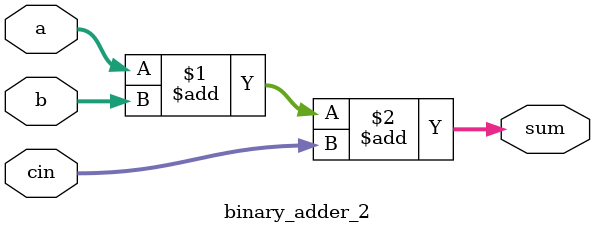
<source format=v>
module binary_adder_2 (a,b,cin,sum);
input [1:0] a,b,cin;
output [2:0] sum;

assign sum = a + b + cin;

endmodule


</source>
